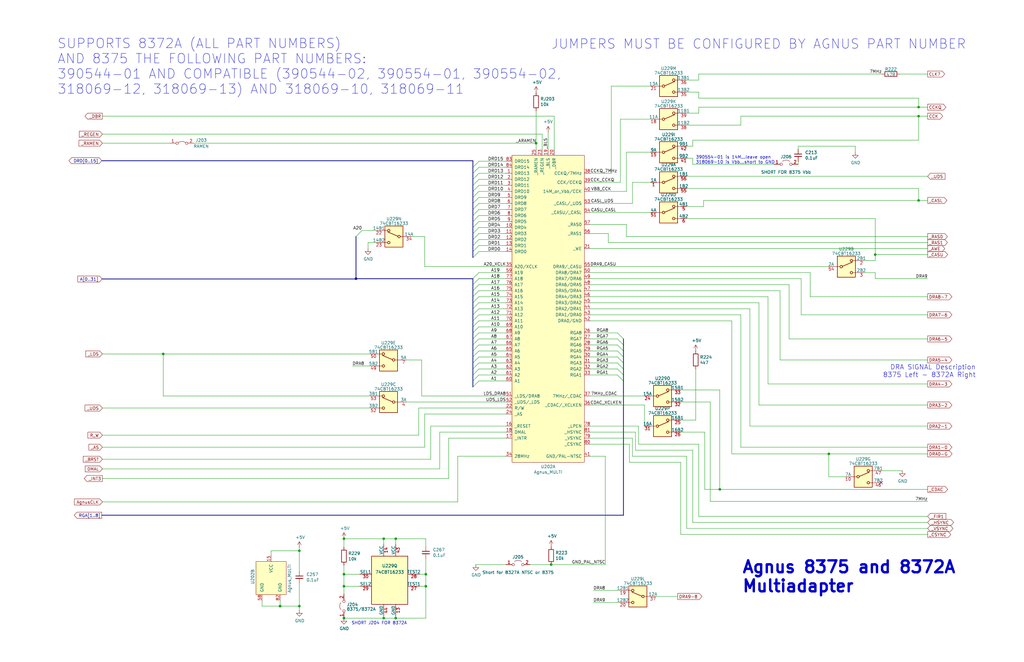
<source format=kicad_sch>
(kicad_sch (version 20231120) (generator "eeschema") (generator_version "8.0")
  (paper "B")
  (title_block (title "AMIGA PCI") (date "2024-07-17") (rev "4.0"))
  (junction (at 150.114 117.602))
  (junction (at 126.238 255.778))
  (junction (at 166.878 260.858))
  (junction (at 145.034 260.858))
  (junction (at 145.034 227.33))
  (junction (at 118.11 255.778))
  (junction (at 349.504 191.516))
  (junction (at 145.034 242.316))
  (junction (at 226.06 60.452))
  (junction (at 179.578 242.316))
  (junction (at 369.062 107.442))
  (junction (at 145.034 247.396))
  (junction (at 387.35 49.022))
  (junction (at 232.41 238.252))
  (junction (at 387.35 84.582))
  (junction (at 166.878 227.33))
  (junction (at 161.798 260.858))
  (junction (at 303.53 206.502))
  (junction (at 126.238 232.41))
  (junction (at 68.834 149.352))
  (junction (at 161.798 227.33))
  (junction (at 179.578 247.396))
  (junction (at 387.35 45.212))
  (no_connect (at 371.602 203.708))
  (bus_entry (at 201.93 85.852) (size -2.54 2.54))
  (bus_entry (at 201.93 68.072) (size -2.54 2.54))
  (bus_entry (at 260.35 145.542) (size 2.54 2.54))
  (bus_entry (at 201.93 78.232) (size -2.54 2.54))
  (bus_entry (at 201.93 127.762) (size -2.54 2.54))
  (bus_entry (at 201.93 155.702) (size -2.54 2.54))
  (bus_entry (at 201.93 122.682) (size -2.54 2.54))
  (bus_entry (at 260.35 150.622) (size 2.54 2.54))
  (bus_entry (at 260.35 140.462) (size 2.54 2.54))
  (bus_entry (at 260.35 143.002) (size 2.54 2.54))
  (bus_entry (at 201.93 117.602) (size -2.54 2.54))
  (bus_entry (at 260.35 155.702) (size 2.54 2.54))
  (bus_entry (at 260.35 158.242) (size 2.54 2.54))
  (bus_entry (at 201.93 132.842) (size -2.54 2.54))
  (bus_entry (at 201.93 160.782) (size -2.54 2.54))
  (bus_entry (at 201.93 120.142) (size -2.54 2.54))
  (bus_entry (at 201.93 158.242) (size -2.54 2.54))
  (bus_entry (at 201.93 137.922) (size -2.54 2.54))
  (bus_entry (at 201.93 148.082) (size -2.54 2.54))
  (bus_entry (at 201.93 106.172) (size -2.54 2.54))
  (bus_entry (at 201.93 101.092) (size -2.54 2.54))
  (bus_entry (at 201.93 70.612) (size -2.54 2.54))
  (bus_entry (at 201.93 75.692) (size -2.54 2.54))
  (bus_entry (at 201.93 96.012) (size -2.54 2.54))
  (bus_entry (at 201.93 130.302) (size -2.54 2.54))
  (bus_entry (at 201.93 115.062) (size -2.54 2.54))
  (bus_entry (at 201.93 103.632) (size -2.54 2.54))
  (bus_entry (at 201.93 150.622) (size -2.54 2.54))
  (bus_entry (at 201.93 73.152) (size -2.54 2.54))
  (bus_entry (at 201.93 140.462) (size -2.54 2.54))
  (bus_entry (at 201.93 80.772) (size -2.54 2.54))
  (bus_entry (at 260.35 153.162) (size 2.54 2.54))
  (bus_entry (at 260.35 148.082) (size 2.54 2.54))
  (bus_entry (at 201.93 98.552) (size -2.54 2.54))
  (bus_entry (at 152.654 97.282) (size -2.54 2.54))
  (bus_entry (at 201.93 145.542) (size -2.54 2.54))
  (bus_entry (at 201.93 83.312) (size -2.54 2.54))
  (bus_entry (at 201.93 90.932) (size -2.54 2.54))
  (bus_entry (at 201.93 143.002) (size -2.54 2.54))
  (bus_entry (at 201.93 153.162) (size -2.54 2.54))
  (bus_entry (at 201.93 125.222) (size -2.54 2.54))
  (bus_entry (at 201.93 135.382) (size -2.54 2.54))
  (bus_entry (at 201.93 88.392) (size -2.54 2.54))
  (bus_entry (at 201.93 93.472) (size -2.54 2.54))
  (wire (pts (xy 294.64 187.452) (xy 294.64 217.932)))
  (wire (pts (xy 179.07 188.722) (xy 43.18 188.722)))
  (wire (pts (xy 248.92 182.372) (xy 267.97 182.372)))
  (wire (pts (xy 179.578 247.396) (xy 179.578 242.316)))
  (wire (pts (xy 126.238 232.41) (xy 126.238 231.14)))
  (wire (pts (xy 177.8 151.892) (xy 171.45 151.892)))
  (bus (pts (xy 199.39 78.232) (xy 199.39 80.772)))
  (wire (pts (xy 248.92 125.222) (xy 323.85 125.222)))
  (wire (pts (xy 312.42 188.722) (xy 312.42 132.842)))
  (wire (pts (xy 271.78 170.942) (xy 248.92 170.942)))
  (bus (pts (xy 199.39 96.012) (xy 199.39 98.552)))
  (wire (pts (xy 213.36 135.382) (xy 201.93 135.382)))
  (wire (pts (xy 257.81 73.152) (xy 257.81 36.322)))
  (wire (pts (xy 248.92 94.742) (xy 264.16 94.742)))
  (wire (pts (xy 177.038 242.316) (xy 179.578 242.316)))
  (wire (pts (xy 248.92 85.852) (xy 266.7 85.852)))
  (wire (pts (xy 213.36 98.552) (xy 201.93 98.552)))
  (wire (pts (xy 213.36 167.132) (xy 177.8 167.132)))
  (wire (pts (xy 114.3 232.41) (xy 114.3 234.442)))
  (wire (pts (xy 126.238 246.126) (xy 126.238 255.778)))
  (wire (pts (xy 114.3 232.41) (xy 126.238 232.41)))
  (wire (pts (xy 248.92 132.842) (xy 312.42 132.842)))
  (wire (pts (xy 213.36 153.162) (xy 201.93 153.162)))
  (wire (pts (xy 213.36 120.142) (xy 201.93 120.142)))
  (wire (pts (xy 323.85 162.052) (xy 391.16 162.052)))
  (wire (pts (xy 296.672 87.122) (xy 296.672 84.582)))
  (wire (pts (xy 166.878 229.616) (xy 166.878 227.33)))
  (wire (pts (xy 387.35 79.502) (xy 387.35 84.582)))
  (wire (pts (xy 213.36 68.072) (xy 201.93 68.072)))
  (bus (pts (xy 199.39 85.852) (xy 199.39 88.392)))
  (wire (pts (xy 213.36 117.602) (xy 201.93 117.602)))
  (wire (pts (xy 248.92 80.772) (xy 264.16 80.772)))
  (bus (pts (xy 199.39 158.242) (xy 199.39 160.782)))
  (wire (pts (xy 213.36 96.012) (xy 201.93 96.012)))
  (wire (pts (xy 179.578 227.33) (xy 166.878 227.33)))
  (bus (pts (xy 262.89 217.424) (xy 42.926 217.424)))
  (wire (pts (xy 271.78 179.832) (xy 271.78 170.942)))
  (wire (pts (xy 391.16 125.222) (xy 341.63 125.222)))
  (wire (pts (xy 213.36 172.212) (xy 176.53 172.212)))
  (wire (pts (xy 320.04 170.942) (xy 320.04 127.762)))
  (bus (pts (xy 199.39 106.172) (xy 199.39 108.712)))
  (wire (pts (xy 213.36 115.062) (xy 201.93 115.062)))
  (wire (pts (xy 332.74 120.142) (xy 332.74 143.002)))
  (wire (pts (xy 299.466 211.582) (xy 391.16 211.582)))
  (wire (pts (xy 145.034 260.858) (xy 161.798 260.858)))
  (wire (pts (xy 336.55 68.072) (xy 336.55 69.342)))
  (wire (pts (xy 269.24 187.452) (xy 294.64 187.452)))
  (wire (pts (xy 179.07 112.522) (xy 213.36 112.522)))
  (wire (pts (xy 248.92 135.382) (xy 308.61 135.382)))
  (wire (pts (xy 266.7 76.962) (xy 274.32 76.962)))
  (wire (pts (xy 391.16 188.722) (xy 312.42 188.722)))
  (wire (pts (xy 360.68 64.262) (xy 360.68 61.722)))
  (wire (pts (xy 248.92 89.662) (xy 274.32 89.662)))
  (wire (pts (xy 391.16 151.892) (xy 328.93 151.892)))
  (wire (pts (xy 151.638 247.396) (xy 145.034 247.396)))
  (wire (pts (xy 292.1 61.722) (xy 292.1 59.182)))
  (wire (pts (xy 294.64 31.242) (xy 371.856 31.242)))
  (wire (pts (xy 292.1 59.182) (xy 387.35 59.182)))
  (wire (pts (xy 369.062 117.602) (xy 391.16 117.602)))
  (wire (pts (xy 293.37 155.702) (xy 293.37 177.292)))
  (wire (pts (xy 248.92 127.762) (xy 320.04 127.762)))
  (wire (pts (xy 294.64 38.862) (xy 294.64 41.402)))
  (wire (pts (xy 387.35 59.182) (xy 387.35 49.022)))
  (wire (pts (xy 371.602 198.628) (xy 380.492 198.628)))
  (wire (pts (xy 189.23 201.93) (xy 43.18 201.93)))
  (wire (pts (xy 213.36 182.372) (xy 185.42 182.372)))
  (wire (pts (xy 326.39 69.342) (xy 292.1 69.342)))
  (wire (pts (xy 176.53 172.212) (xy 176.53 183.642)))
  (wire (pts (xy 248.92 143.002) (xy 260.35 143.002)))
  (wire (pts (xy 387.35 45.212) (xy 391.16 45.212)))
  (wire (pts (xy 248.92 184.912) (xy 266.7 184.912)))
  (wire (pts (xy 181.61 193.802) (xy 43.18 193.802)))
  (wire (pts (xy 233.68 62.992) (xy 233.68 49.022)))
  (wire (pts (xy 161.798 227.33) (xy 145.034 227.33)))
  (wire (pts (xy 303.53 206.502) (xy 297.18 206.502)))
  (wire (pts (xy 213.36 93.472) (xy 201.93 93.472)))
  (wire (pts (xy 248.92 167.132) (xy 271.78 167.132)))
  (wire (pts (xy 294.64 47.752) (xy 294.64 45.212)))
  (bus (pts (xy 199.39 155.702) (xy 199.39 158.242)))
  (wire (pts (xy 255.27 238.252) (xy 232.41 238.252)))
  (wire (pts (xy 181.61 179.832) (xy 181.61 193.802)))
  (wire (pts (xy 110.49 255.778) (xy 110.49 253.492)))
  (wire (pts (xy 287.02 169.672) (xy 299.466 169.672)))
  (wire (pts (xy 266.7 184.912) (xy 266.7 192.532)))
  (wire (pts (xy 161.798 227.33) (xy 161.798 229.616)))
  (wire (pts (xy 213.36 184.912) (xy 189.23 184.912)))
  (wire (pts (xy 213.36 174.752) (xy 179.07 174.752)))
  (wire (pts (xy 248.92 179.832) (xy 269.24 179.832)))
  (wire (pts (xy 213.36 148.082) (xy 201.93 148.082)))
  (wire (pts (xy 213.36 192.532) (xy 193.04 192.532)))
  (wire (pts (xy 369.062 115.062) (xy 369.062 117.602)))
  (bus (pts (xy 262.89 155.702) (xy 262.89 158.242)))
  (wire (pts (xy 364.49 109.982) (xy 369.062 109.982)))
  (wire (pts (xy 179.07 174.752) (xy 179.07 188.722)))
  (wire (pts (xy 289.56 33.782) (xy 294.64 33.782)))
  (wire (pts (xy 145.034 227.33) (xy 145.034 230.886)))
  (bus (pts (xy 199.39 88.392) (xy 199.39 90.932)))
  (bus (pts (xy 150.114 117.729) (xy 150.114 117.602)))
  (wire (pts (xy 145.034 247.396) (xy 145.034 250.698)))
  (bus (pts (xy 199.39 101.092) (xy 199.39 103.632)))
  (wire (pts (xy 266.7 192.532) (xy 289.56 192.532)))
  (wire (pts (xy 248.92 76.962) (xy 261.62 76.962)))
  (wire (pts (xy 213.36 130.302) (xy 201.93 130.302)))
  (wire (pts (xy 173.736 99.822) (xy 179.07 99.822)))
  (wire (pts (xy 248.92 148.082) (xy 260.35 148.082)))
  (wire (pts (xy 213.36 125.222) (xy 201.93 125.222)))
  (wire (pts (xy 156.21 154.432) (xy 148.59 154.432)))
  (wire (pts (xy 296.672 84.582) (xy 387.35 84.582)))
  (bus (pts (xy 199.39 160.782) (xy 199.39 163.322)))
  (wire (pts (xy 213.36 179.832) (xy 181.61 179.832)))
  (wire (pts (xy 264.16 80.772) (xy 264.16 64.262)))
  (bus (pts (xy 199.39 117.602) (xy 150.114 117.602)))
  (wire (pts (xy 248.92 192.532) (xy 255.27 192.532)))
  (wire (pts (xy 126.238 255.778) (xy 126.238 257.556)))
  (wire (pts (xy 287.02 182.372) (xy 297.18 182.372)))
  (wire (pts (xy 228.6 62.992) (xy 228.6 56.642)))
  (wire (pts (xy 312.42 49.022) (xy 387.35 49.022)))
  (wire (pts (xy 294.64 33.782) (xy 294.64 31.242)))
  (bus (pts (xy 199.39 117.602) (xy 199.39 120.142)))
  (wire (pts (xy 336.55 61.722) (xy 360.68 61.722)))
  (wire (pts (xy 179.578 260.858) (xy 179.578 247.396)))
  (wire (pts (xy 266.7 85.852) (xy 266.7 76.962)))
  (wire (pts (xy 145.034 247.396) (xy 145.034 242.316)))
  (wire (pts (xy 166.878 260.858) (xy 161.798 260.858)))
  (wire (pts (xy 303.53 206.502) (xy 391.16 206.502)))
  (wire (pts (xy 213.36 238.252) (xy 200.66 238.252)))
  (wire (pts (xy 289.56 92.202) (xy 369.062 92.202)))
  (bus (pts (xy 262.89 158.242) (xy 262.89 160.782)))
  (wire (pts (xy 264.16 99.822) (xy 391.16 99.822)))
  (wire (pts (xy 328.93 151.892) (xy 328.93 122.682)))
  (wire (pts (xy 297.18 182.372) (xy 297.18 206.502)))
  (wire (pts (xy 118.11 255.778) (xy 118.11 253.492)))
  (wire (pts (xy 303.53 164.592) (xy 303.53 206.502)))
  (wire (pts (xy 276.606 251.714) (xy 285.75 251.714)))
  (bus (pts (xy 262.89 153.162) (xy 262.89 155.702)))
  (wire (pts (xy 166.878 260.858) (xy 179.578 260.858)))
  (wire (pts (xy 193.04 192.532) (xy 193.04 211.836)))
  (wire (pts (xy 289.56 192.532) (xy 289.56 223.012)))
  (wire (pts (xy 287.02 225.552) (xy 391.16 225.552)))
  (wire (pts (xy 43.18 56.642) (xy 228.6 56.642)))
  (wire (pts (xy 213.36 127.762) (xy 201.93 127.762)))
  (wire (pts (xy 349.504 201.168) (xy 349.504 191.516)))
  (wire (pts (xy 316.23 179.832) (xy 391.16 179.832)))
  (wire (pts (xy 213.36 169.672) (xy 171.45 169.672)))
  (wire (pts (xy 189.23 184.912) (xy 189.23 201.93)))
  (wire (pts (xy 349.504 191.516) (xy 391.16 191.516)))
  (wire (pts (xy 226.06 46.736) (xy 226.06 60.452)))
  (wire (pts (xy 256.54 102.362) (xy 256.54 98.552)))
  (wire (pts (xy 292.1 66.802) (xy 292.1 69.342)))
  (wire (pts (xy 356.362 201.168) (xy 349.504 201.168)))
  (wire (pts (xy 312.42 52.832) (xy 312.42 49.022)))
  (wire (pts (xy 248.92 122.682) (xy 328.93 122.682)))
  (bus (pts (xy 199.39 130.302) (xy 199.39 132.842)))
  (bus (pts (xy 199.39 140.462) (xy 199.39 143.002)))
  (wire (pts (xy 261.366 249.174) (xy 250.19 249.174)))
  (bus (pts (xy 199.39 120.142) (xy 199.39 122.682)))
  (wire (pts (xy 257.81 36.322) (xy 274.32 36.322)))
  (bus (pts (xy 262.89 150.622) (xy 262.89 153.162)))
  (wire (pts (xy 387.35 49.022) (xy 391.16 49.022)))
  (bus (pts (xy 199.39 153.162) (xy 199.39 155.702)))
  (wire (pts (xy 179.578 230.632) (xy 179.578 227.33)))
  (wire (pts (xy 264.16 94.742) (xy 264.16 99.822)))
  (bus (pts (xy 199.39 70.612) (xy 199.39 73.152)))
  (bus (pts (xy 199.39 135.382) (xy 199.39 137.922)))
  (wire (pts (xy 391.16 132.842) (xy 337.82 132.842)))
  (wire (pts (xy 177.8 167.132) (xy 177.8 151.892)))
  (wire (pts (xy 289.56 47.752) (xy 294.64 47.752)))
  (wire (pts (xy 213.36 122.682) (xy 201.93 122.682)))
  (wire (pts (xy 248.92 187.452) (xy 265.43 187.452)))
  (wire (pts (xy 179.07 99.822) (xy 179.07 112.522)))
  (wire (pts (xy 265.43 195.072) (xy 287.02 195.072)))
  (wire (pts (xy 248.92 104.902) (xy 391.16 104.902)))
  (wire (pts (xy 256.54 102.362) (xy 391.16 102.362)))
  (wire (pts (xy 265.43 187.452) (xy 265.43 195.072)))
  (wire (pts (xy 152.654 97.282) (xy 158.496 97.282)))
  (wire (pts (xy 289.56 87.122) (xy 296.672 87.122)))
  (bus (pts (xy 199.39 143.002) (xy 199.39 145.542)))
  (bus (pts (xy 199.39 80.772) (xy 199.39 83.312)))
  (wire (pts (xy 267.97 189.992) (xy 292.1 189.992)))
  (wire (pts (xy 264.16 64.262) (xy 274.32 64.262)))
  (wire (pts (xy 155.194 102.362) (xy 158.496 102.362)))
  (wire (pts (xy 287.02 177.292) (xy 293.37 177.292)))
  (wire (pts (xy 118.11 255.778) (xy 126.238 255.778)))
  (wire (pts (xy 179.578 242.316) (xy 179.578 235.712)))
  (wire (pts (xy 289.56 79.502) (xy 387.35 79.502)))
  (wire (pts (xy 289.56 52.832) (xy 312.42 52.832)))
  (bus (pts (xy 262.89 145.542) (xy 262.89 148.082)))
  (wire (pts (xy 233.68 49.022) (xy 43.18 49.022)))
  (wire (pts (xy 379.476 31.242) (xy 391.16 31.242)))
  (wire (pts (xy 341.63 125.222) (xy 341.63 115.062)))
  (wire (pts (xy 294.64 41.402) (xy 387.35 41.402)))
  (wire (pts (xy 299.466 169.672) (xy 299.466 211.582)))
  (bus (pts (xy 199.39 122.682) (xy 199.39 125.222)))
  (wire (pts (xy 308.61 191.516) (xy 349.504 191.516)))
  (wire (pts (xy 110.49 255.778) (xy 118.11 255.778)))
  (wire (pts (xy 213.36 75.692) (xy 201.93 75.692)))
  (bus (pts (xy 199.39 67.818) (xy 199.39 70.612)))
  (bus (pts (xy 199.39 127.762) (xy 199.39 130.302)))
  (wire (pts (xy 213.36 103.632) (xy 201.93 103.632)))
  (wire (pts (xy 71.628 60.452) (xy 43.18 60.452)))
  (wire (pts (xy 294.64 45.212) (xy 387.35 45.212)))
  (wire (pts (xy 161.798 260.858) (xy 161.798 260.096)))
  (wire (pts (xy 289.56 223.012) (xy 391.16 223.012)))
  (wire (pts (xy 289.56 38.862) (xy 294.64 38.862)))
  (wire (pts (xy 369.062 92.202) (xy 369.062 107.442)))
  (wire (pts (xy 337.82 132.842) (xy 337.82 117.602)))
  (wire (pts (xy 213.36 137.922) (xy 201.93 137.922)))
  (wire (pts (xy 213.36 88.392) (xy 201.93 88.392)))
  (bus (pts (xy 43.053 117.729) (xy 150.114 117.729)))
  (bus (pts (xy 199.39 90.932) (xy 199.39 93.472)))
  (wire (pts (xy 248.92 112.522) (xy 349.25 112.522)))
  (wire (pts (xy 213.36 73.152) (xy 201.93 73.152)))
  (wire (pts (xy 248.92 150.622) (xy 260.35 150.622)))
  (wire (pts (xy 248.92 120.142) (xy 332.74 120.142)))
  (wire (pts (xy 336.55 61.722) (xy 336.55 62.992)))
  (wire (pts (xy 68.834 149.352) (xy 156.21 149.352)))
  (wire (pts (xy 213.36 158.242) (xy 201.93 158.242)))
  (wire (pts (xy 248.92 115.062) (xy 341.63 115.062)))
  (wire (pts (xy 387.35 41.402) (xy 387.35 45.212)))
  (wire (pts (xy 369.062 109.982) (xy 369.062 107.442)))
  (wire (pts (xy 68.834 167.132) (xy 156.21 167.132)))
  (wire (pts (xy 213.36 143.002) (xy 201.93 143.002)))
  (wire (pts (xy 231.14 62.992) (xy 231.14 55.88)))
  (wire (pts (xy 166.878 260.096) (xy 166.878 260.858)))
  (wire (pts (xy 145.034 238.506) (xy 145.034 242.316)))
  (wire (pts (xy 213.36 80.772) (xy 201.93 80.772)))
  (wire (pts (xy 369.062 107.442) (xy 391.16 107.442)))
  (wire (pts (xy 292.1 220.472) (xy 391.16 220.472)))
  (bus (pts (xy 199.39 103.632) (xy 199.39 106.172)))
  (wire (pts (xy 269.24 179.832) (xy 269.24 187.452)))
  (wire (pts (xy 213.36 90.932) (xy 201.93 90.932)))
  (wire (pts (xy 68.834 149.352) (xy 68.834 167.132)))
  (wire (pts (xy 248.92 140.462) (xy 260.35 140.462)))
  (bus (pts (xy 199.39 132.842) (xy 199.39 135.382)))
  (wire (pts (xy 364.49 115.062) (xy 369.062 115.062)))
  (bus (pts (xy 199.39 125.222) (xy 199.39 127.762)))
  (wire (pts (xy 294.64 217.932) (xy 391.16 217.932)))
  (bus (pts (xy 199.39 137.922) (xy 199.39 140.462)))
  (wire (pts (xy 248.92 153.162) (xy 260.35 153.162)))
  (wire (pts (xy 213.36 155.702) (xy 201.93 155.702)))
  (bus (pts (xy 199.39 150.622) (xy 199.39 153.162)))
  (wire (pts (xy 213.36 160.782) (xy 201.93 160.782)))
  (wire (pts (xy 213.36 83.312) (xy 201.93 83.312)))
  (wire (pts (xy 248.92 130.302) (xy 316.23 130.302)))
  (wire (pts (xy 213.36 78.232) (xy 201.93 78.232)))
  (wire (pts (xy 287.02 164.592) (xy 303.53 164.592)))
  (bus (pts (xy 199.39 145.542) (xy 199.39 148.082)))
  (wire (pts (xy 248.92 145.542) (xy 260.35 145.542)))
  (wire (pts (xy 176.53 183.642) (xy 43.18 183.642)))
  (wire (pts (xy 213.36 85.852) (xy 201.93 85.852)))
  (wire (pts (xy 267.97 182.372) (xy 267.97 189.992)))
  (wire (pts (xy 256.54 98.552) (xy 248.92 98.552)))
  (bus (pts (xy 262.89 160.782) (xy 262.89 217.424)))
  (wire (pts (xy 308.61 191.516) (xy 308.61 135.382)))
  (wire (pts (xy 261.366 254.254) (xy 250.19 254.254)))
  (wire (pts (xy 232.41 238.252) (xy 223.52 238.252)))
  (bus (pts (xy 199.39 73.152) (xy 199.39 75.692)))
  (wire (pts (xy 155.194 102.362) (xy 155.194 104.902)))
  (wire (pts (xy 126.238 232.41) (xy 126.238 241.046)))
  (bus (pts (xy 199.39 148.082) (xy 199.39 150.622)))
  (wire (pts (xy 213.36 145.542) (xy 201.93 145.542)))
  (wire (pts (xy 213.36 150.622) (xy 201.93 150.622)))
  (wire (pts (xy 213.36 132.842) (xy 201.93 132.842)))
  (bus (pts (xy 150.114 99.822) (xy 150.114 117.602)))
  (wire (pts (xy 43.18 149.352) (xy 68.834 149.352)))
  (wire (pts (xy 289.56 61.722) (xy 292.1 61.722)))
  (bus (pts (xy 262.89 148.082) (xy 262.89 150.622)))
  (wire (pts (xy 323.85 162.052) (xy 323.85 125.222)))
  (wire (pts (xy 316.23 130.302) (xy 316.23 179.832)))
  (bus (pts (xy 199.39 98.552) (xy 199.39 101.092)))
  (wire (pts (xy 332.74 143.002) (xy 391.16 143.002)))
  (wire (pts (xy 289.56 74.422) (xy 391.16 74.422)))
  (wire (pts (xy 387.35 84.582) (xy 391.16 84.582)))
  (wire (pts (xy 177.038 247.396) (xy 179.578 247.396)))
  (wire (pts (xy 391.16 170.942) (xy 320.04 170.942)))
  (wire (pts (xy 185.42 197.866) (xy 43.18 197.866)))
  (wire (pts (xy 261.62 50.292) (xy 274.32 50.292)))
  (wire (pts (xy 213.36 106.172) (xy 201.93 106.172)))
  (wire (pts (xy 248.92 73.152) (xy 257.81 73.152)))
  (wire (pts (xy 248.92 158.242) (xy 260.35 158.242)))
  (wire (pts (xy 255.27 192.532) (xy 255.27 238.252)))
  (wire (pts (xy 43.18 172.212) (xy 156.21 172.212)))
  (wire (pts (xy 213.36 140.462) (xy 201.93 140.462)))
  (bus (pts (xy 42.926 67.818) (xy 199.39 67.818)))
  (wire (pts (xy 261.62 76.962) (xy 261.62 50.292)))
  (wire (pts (xy 248.92 155.702) (xy 260.35 155.702)))
  (wire (pts (xy 226.06 60.452) (xy 81.788 60.452)))
  (wire (pts (xy 213.36 70.612) (xy 201.93 70.612)))
  (wire (pts (xy 226.06 62.992) (xy 226.06 60.452)))
  (wire (pts (xy 145.034 242.316) (xy 151.638 242.316)))
  (wire (pts (xy 292.1 189.992) (xy 292.1 220.472)))
  (bus (pts (xy 262.89 143.002) (xy 262.89 145.542)))
  (wire (pts (xy 213.36 101.092) (xy 201.93 101.092)))
  (wire (pts (xy 166.878 227.33) (xy 161.798 227.33)))
  (wire (pts (xy 287.02 195.072) (xy 287.02 225.552)))
  (bus (pts (xy 199.39 93.472) (xy 199.39 96.012)))
  (wire (pts (xy 289.56 66.802) (xy 292.1 66.802)))
  (bus (pts (xy 199.39 75.692) (xy 199.39 78.232)))
  (wire (pts (xy 185.42 182.372) (xy 185.42 197.866)))
  (wire (pts (xy 43.18 211.836) (xy 193.04 211.836)))
  (wire (pts (xy 248.92 117.602) (xy 337.82 117.602)))
  (bus (pts (xy 199.39 83.312) (xy 199.39 85.852)))
  (text "SHORT J204 FOR 8372A" (at 148.209 263.779 0) (effects (font (size 1.27 1.27)) (justify left bottom)))
  (text "DRA SIGNAL Description\n8375 Left - 8372A Right" (at 411.48 159.512 0) (effects (font (size 2.0066 2.0066)) (justify right bottom)))
  (text "Agnus 8375 and 8372A\nMultiadapter" (at 312.674 250.444 0) (effects (font (size 5.0038 5.0038) (thickness 1.0008) (bold yes)) (justify left bottom)))
  (text "JUMPERS MUST BE CONFIGURED BY AGNUS PART NUMBER" (at 232.41 21.082 0) (effects (font (size 3.9878 3.9878)) (justify left bottom)))
  (text "SUPPORTS 8372A (ALL PART NUMBERS)\nAND 8375 THE FOLLOWING PART NUMBERS:\n390544-01 AND COMPATIBLE (390544-02, 390554-01, 390554-02, \n318069-12, 318069-13) AND 318069-10, 318069-11" (at 24.13 40.132 0) (effects (font (size 3.9878 3.9878)) (justify left bottom)))
  (text "390554-01 is 14M...leave open\n318069-10 is Vbb...short to GND" (at 293.37 69.342 0) (effects (font (size 1.2954 1.2954)) (justify left bottom)))
  (label "RGA7" (at 251.46 143.002 0) (effects (font (size 1.2954 1.2954))))
  (label "CCK_CCKQ" (at 248.92 76.962 0))
  (label "A16" (at 207.01 122.682 0) (effects (font (size 1.2954 1.2954))))
  (label "DRA8" (at 250.19 249.174 0))
  (label "7MHz" (at 391.16 211.582 180))
  (label "A19" (at 207.01 115.062 0) (effects (font (size 1.2954 1.2954))))
  (label "DRA8" (at 148.59 154.432 0))
  (label "DRA9" (at 250.19 254.254 0))
  (label "A17" (at 207.01 120.142 0) (effects (font (size 1.2954 1.2954))))
  (label "DRA9_CASU" (at 248.92 112.522 0))
  (label "A1" (at 207.01 160.782 0) (effects (font (size 1.2954 1.2954))))
  (label "A9" (at 207.01 140.462 0) (effects (font (size 1.2954 1.2954))))
  (label "A20_XCLK" (at 213.36 112.522 180))
  (label "A12" (at 207.01 132.842 0) (effects (font (size 1.2954 1.2954))))
  (label "CDAC_XCLKEN" (at 248.92 170.942 0))
  (label "DRD9" (at 205.74 83.312 0) (effects (font (size 1.2954 1.2954))))
  (label "A8" (at 207.01 143.002 0) (effects (font (size 1.2954 1.2954))))
  (label "A5" (at 207.01 150.622 0) (effects (font (size 1.2954 1.2954))))
  (label "LDS_DRA8" (at 213.36 167.132 180))
  (label "DRD10" (at 205.74 80.772 0) (effects (font (size 1.2954 1.2954))))
  (label "DRD15" (at 205.74 68.072 0) (effects (font (size 1.2954 1.2954))))
  (label "RGA2" (at 251.46 155.702 0) (effects (font (size 1.2954 1.2954))))
  (label "DRD13" (at 205.74 73.152 0) (effects (font (size 1.2954 1.2954))))
  (label "A13" (at 207.01 130.302 0) (effects (font (size 1.2954 1.2954))))
  (label "_BLS" (at 231.14 62.865 90))
  (label "DRD3" (at 205.74 98.552 0) (effects (font (size 1.2954 1.2954))))
  (label "A2" (at 207.01 158.242 0) (effects (font (size 1.2954 1.2954))))
  (label "RGA1" (at 251.46 158.242 0) (effects (font (size 1.2954 1.2954))))
  (label "DRA9" (at 391.16 117.602 180))
  (label "CCKQ_7MHz" (at 248.92 73.152 0))
  (label "CASU_CASL" (at 249.174 89.662 0))
  (label "7MHz" (at 371.856 31.242 180))
  (label "DRD1" (at 205.74 103.632 0) (effects (font (size 1.2954 1.2954))))
  (label "VBB_CCK" (at 249.174 80.772 0))
  (label "DRD6" (at 205.74 90.932 0) (effects (font (size 1.2954 1.2954))))
  (label "DRD14" (at 205.74 70.612 0) (effects (font (size 1.2954 1.2954))))
  (label "A6" (at 207.01 148.082 0) (effects (font (size 1.2954 1.2954))))
  (label "RGA6" (at 251.46 145.542 0) (effects (font (size 1.2954 1.2954))))
  (label "DRD11" (at 205.74 78.232 0) (effects (font (size 1.2954 1.2954))))
  (label "DRD2" (at 205.74 101.092 0) (effects (font (size 1.2954 1.2954))))
  (label "A7" (at 207.01 145.542 0) (effects (font (size 1.2954 1.2954))))
  (label "DRD4" (at 205.74 96.012 0) (effects (font (size 1.2954 1.2954))))
  (label "A4" (at 207.01 153.162 0) (effects (font (size 1.2954 1.2954))))
  (label "A20" (at 152.654 97.282 180) (effects (font (size 1.2954 1.2954))))
  (label "A15" (at 207.01 125.222 0) (effects (font (size 1.2954 1.2954))))
  (label "A10" (at 207.01 137.922 0) (effects (font (size 1.2954 1.2954))))
  (label "RGA8" (at 251.46 140.462 0) (effects (font (size 1.2954 1.2954))))
  (label "RGA4" (at 251.46 150.622 0) (effects (font (size 1.2954 1.2954))))
  (label "A18" (at 207.01 117.602 0) (effects (font (size 1.2954 1.2954))))
  (label "DRD12" (at 205.74 75.692 0) (effects (font (size 1.2954 1.2954))))
  (label "RGA3" (at 251.46 153.162 0) (effects (font (size 1.2954 1.2954))))
  (label "_ARAMEN" (at 226.06 60.452 180))
  (label "A3" (at 207.01 155.702 0) (effects (font (size 1.2954 1.2954))))
  (label "UDS_LDS" (at 213.36 169.672 180))
  (label "DRD7" (at 205.74 88.392 0) (effects (font (size 1.2954 1.2954))))
  (label "CASL_UDS" (at 249.174 85.852 0))
  (label "A14" (at 207.01 127.762 0) (effects (font (size 1.2954 1.2954))))
  (label "GND_PAL_NTSC" (at 255.27 238.252 180))
  (label "7MHz_CDAC" (at 249.174 167.132 0))
  (label "DRD5" (at 205.74 93.472 0) (effects (font (size 1.2954 1.2954))))
  (label "RGA5" (at 251.46 148.082 0) (effects (font (size 1.2954 1.2954))))
  (label "DRD0" (at 205.74 106.172 0) (effects (font (size 1.2954 1.2954))))
  (label "A11" (at 207.01 135.382 0) (effects (font (size 1.2954 1.2954))))
  (label "DRD8" (at 205.74 85.852 0) (effects (font (size 1.2954 1.2954))))
  (global_label "RGA[1..8]" (shape output) (at 42.926 217.424 180) (effects (font (size 1.2954 1.2954))) (property "Intersheetrefs" "${INTERSHEET_REFS}" (at 30.8331 217.424 0) (effects (justify right))))
  (global_label "DRA9-8" (shape output) (at 285.75 251.714 0) (effects (font (size 1.2954 1.2954))) (property "Intersheetrefs" "${INTERSHEET_REFS}" (at 296.4857 251.714 0) (effects (justify left))))
  (global_label "_VSYNC" (shape bidirectional) (at 391.16 223.012 0) (effects (font (size 1.2954 1.2954))) (property "Intersheetrefs" "${INTERSHEET_REFS}" (at 402.3507 223.012 0) (effects (justify left))))
  (global_label "DRD[0..15]" (shape bidirectional) (at 42.926 67.818 180) (property "Intersheetrefs" "${INTERSHEET_REFS}" (at 28.5674 67.818 0) (effects (justify right))))
  (global_label "_LDS" (shape input) (at 43.18 149.352 180) (effects (font (size 1.2954 1.2954))) (property "Intersheetrefs" "${INTERSHEET_REFS}" (at 35.6518 149.352 0) (effects (justify right))))
  (global_label "DRA0-G" (shape output) (at 391.16 191.516 0) (effects (font (size 1.2954 1.2954))) (property "Intersheetrefs" "${INTERSHEET_REFS}" (at 401.9574 191.516 0) (effects (justify left))))
  (global_label "A[0..31]" (shape input) (at 43.053 117.729 180) (effects (font (size 1.2954 1.2954))) (property "Intersheetrefs" "${INTERSHEET_REFS}" (at 32.3172 117.729 0) (effects (justify right))))
  (global_label "_UDS" (shape input) (at 43.18 172.212 180) (effects (font (size 1.2954 1.2954))) (property "Intersheetrefs" "${INTERSHEET_REFS}" (at 35.3434 172.212 0) (effects (justify right))))
  (global_label "_CSYNC" (shape output) (at 391.16 225.552 0) (effects (font (size 1.2954 1.2954))) (property "Intersheetrefs" "${INTERSHEET_REFS}" (at 401.4023 225.552 0) (effects (justify left))))
  (global_label "_UDS" (shape input) (at 391.16 74.422 0) (effects (font (size 1.2954 1.2954))) (property "Intersheetrefs" "${INTERSHEET_REFS}" (at 398.9966 74.422 0) (effects (justify left))))
  (global_label "DMAL" (shape input) (at 43.18 197.866 180) (property "Intersheetrefs" "${INTERSHEET_REFS}" (at 35.4361 197.866 0) (effects (justify right))))
  (global_label "_CDAC" (shape output) (at 391.16 206.502 0) (effects (font (size 1.2954 1.2954))) (property "Intersheetrefs" "${INTERSHEET_REFS}" (at 400.1069 206.502 0) (effects (justify left))))
  (global_label "DRA1-0" (shape output) (at 391.16 188.722 0) (effects (font (size 1.2954 1.2954))) (property "Intersheetrefs" "${INTERSHEET_REFS}" (at 401.8957 188.722 0) (effects (justify left))))
  (global_label "_FIR1" (shape input) (at 391.16 217.932 0) (effects (font (size 1.2954 1.2954))) (property "Intersheetrefs" "${INTERSHEET_REFS}" (at 399.4477 217.932 0) (effects (justify left))))
  (global_label "CCK" (shape output) (at 391.16 49.022 0) (effects (font (size 1.2954 1.2954))) (property "Intersheetrefs" "${INTERSHEET_REFS}" (at 398.0096 49.022 0) (effects (justify left))))
  (global_label "CCKQ" (shape output) (at 391.16 45.212 0) (effects (font (size 1.2954 1.2954))) (property "Intersheetrefs" "${INTERSHEET_REFS}" (at 399.3667 45.212 0) (effects (justify left))))
  (global_label "_RAS1" (shape output) (at 391.16 102.362 0) (effects (font (size 1.2954 1.2954))) (property "Intersheetrefs" "${INTERSHEET_REFS}" (at 399.9835 102.362 0) (effects (justify left))))
  (global_label "R_W" (shape input) (at 43.18 183.642 180) (property "Intersheetrefs" "${INTERSHEET_REFS}" (at 36.5058 183.642 0) (effects (justify right))))
  (global_label "_CASU" (shape output) (at 391.16 107.442 0) (effects (font (size 1.2954 1.2954))) (property "Intersheetrefs" "${INTERSHEET_REFS}" (at 400.1069 107.442 0) (effects (justify left))))
  (global_label "DRA3-2" (shape output) (at 391.16 170.942 0) (effects (font (size 1.2954 1.2954))) (property "Intersheetrefs" "${INTERSHEET_REFS}" (at 401.8957 170.942 0) (effects (justify left))))
  (global_label "_RAS0" (shape output) (at 391.16 99.822 0) (effects (font (size 1.2954 1.2954))) (property "Intersheetrefs" "${INTERSHEET_REFS}" (at 399.9835 99.822 0) (effects (justify left))))
  (global_label "_CASL" (shape output) (at 391.16 84.582 0) (effects (font (size 1.2954 1.2954))) (property "Intersheetrefs" "${INTERSHEET_REFS}" (at 399.7985 84.582 0) (effects (justify left))))
  (global_label "DRA4-3" (shape output) (at 391.16 162.052 0) (effects (font (size 1.2954 1.2954))) (property "Intersheetrefs" "${INTERSHEET_REFS}" (at 401.8957 162.052 0) (effects (justify left))))
  (global_label "_BRST" (shape input) (at 43.18 193.802 180) (property "Intersheetrefs" "${INTERSHEET_REFS}" (at 34.5101 193.802 0) (effects (justify right))))
  (global_label "_AWE" (shape output) (at 391.16 104.902 0) (effects (font (size 1.2954 1.2954))) (property "Intersheetrefs" "${INTERSHEET_REFS}" (at 398.8732 104.902 0) (effects (justify left))))
  (global_label "_RAMEN" (shape input) (at 43.18 60.452 180) (effects (font (size 1.2954 1.2954))) (property "Intersheetrefs" "${INTERSHEET_REFS}" (at 32.8143 60.452 0) (effects (justify right))))
  (global_label "DRA2-1" (shape output) (at 391.16 179.832 0) (effects (font (size 1.2954 1.2954))) (property "Intersheetrefs" "${INTERSHEET_REFS}" (at 401.8957 179.832 0) (effects (justify left))))
  (global_label "_HSYNC" (shape bidirectional) (at 391.16 220.472 0) (effects (font (size 1.2954 1.2954))) (property "Intersheetrefs" "${INTERSHEET_REFS}" (at 402.5975 220.472 0) (effects (justify left))))
  (global_label "DRA8-7" (shape output) (at 391.16 125.222 0) (effects (font (size 1.2954 1.2954))) (property "Intersheetrefs" "${INTERSHEET_REFS}" (at 401.8957 125.222 0) (effects (justify left))))
  (global_label "CLK7" (shape output) (at 391.16 31.242 0) (property "Intersheetrefs" "${INTERSHEET_REFS}" (at 398.9228 31.242 0) (effects (justify left))))
  (global_label "DRA6-5" (shape output) (at 391.16 143.002 0) (effects (font (size 1.2954 1.2954))) (property "Intersheetrefs" "${INTERSHEET_REFS}" (at 401.8957 143.002 0) (effects (justify left))))
  (global_label "DRA5-4" (shape output) (at 391.16 151.892 0) (effects (font (size 1.2954 1.2954))) (property "Intersheetrefs" "${INTERSHEET_REFS}" (at 401.8957 151.892 0) (effects (justify left))))
  (global_label "_INT3" (shape output) (at 43.18 201.93 180) (effects (font (size 1.2954 1.2954))) (property "Intersheetrefs" "${INTERSHEET_REFS}" (at 35.0349 201.93 0) (effects (justify right))))
  (global_label "_DBR" (shape output) (at 43.18 49.022 180) (effects (font (size 1.2954 1.2954))) (property "Intersheetrefs" "${INTERSHEET_REFS}" (at 35.3434 49.022 0) (effects (justify right))))
  (global_label "_AS" (shape input) (at 43.18 188.722 180) (property "Intersheetrefs" "${INTERSHEET_REFS}" (at 37.0085 188.722 0) (effects (justify right))))
  (global_label "DRA7-6" (shape output) (at 391.16 132.842 0) (effects (font (size 1.2954 1.2954))) (property "Intersheetrefs" "${INTERSHEET_REFS}" (at 401.8957 132.842 0) (effects (justify left))))
  (global_label "AgnusCLK" (shape input) (at 43.18 211.836 180) (effects (font (size 1.2954 1.2954))) (property "Intersheetrefs" "${INTERSHEET_REFS}" (at 30.8211 211.836 0) (effects (justify right))))
  (global_label "_REGEN" (shape input) (at 43.18 56.642 180) (effects (font (size 1.2954 1.2954))) (property "Intersheetrefs" "${INTERSHEET_REFS}" (at 32.9377 56.642 0) (effects (justify right))))
  (symbol (lib_id "Device:R") (at 375.666 31.242 270) (unit 1)
    (property "Reference" "R222" (at 375.666 29.21 90))
    (property "Value" "47R" (at 375.666 31.496 90))
    (property "Footprint" "Resistor_SMD:R_0603_1608Metric" (effects (hide yes)))
    (instances (project "AmigaPCI Mainboard" (path "" (reference "R222") (unit 1))) (project "2000ATX" (path "" (reference "RN907A1") (unit 1))))
  )
  (symbol (lib_id "AmigaPCI-Symbols:74CBT16233") (at 166.116 99.822 0) (mirror y) (unit 14)
    (property "Reference" "U229" (at 166.116 92.3671 0))
    (property "Value" "74CBT16233" (at 166.116 94.2881 0))
    (property "Footprint" "Package_SO:SSOP-56_7.5x18.5mm_P0.635mm" (effects (hide yes)))
    (property "Datasheet" "https://www.ti.com/lit/ds/symlink/sn74cbt16233.pdf?HQS=dis-dk-null-digikeymode-dsf-pf-null-wwe&ts=1686702107606&ref_url=https%253A%252F%252Fwww.ti.com%252Fgeneral%252Fdocs%252Fsuppproductinfo.tsp%253FdistId%253D10%2526gotoUrl%253Dhttps%253A%252F%252Fwww.ti.com%252Flit%252Fgpn%252Fsn74cbt16233" (effects (hide yes)))
    (property "Part Number" "SN74CBT16233DL" (effects (hide yes)))
  )
  (symbol (lib_id "AmigaPCI-Symbols:74CBT16233") (at 281.94 50.292 0) (unit 11)
    (property "Reference" "U229" (at 281.94 42.8371 0))
    (property "Value" "74CBT16233" (at 281.94 44.7581 0))
    (property "Footprint" "Package_SO:SSOP-56_7.5x18.5mm_P0.635mm" (effects (hide yes)))
    (property "Datasheet" "https://www.ti.com/lit/ds/symlink/sn74cbt16233.pdf?HQS=dis-dk-null-digikeymode-dsf-pf-null-wwe&ts=1686702107606&ref_url=https%253A%252F%252Fwww.ti.com%252Fgeneral%252Fdocs%252Fsuppproductinfo.tsp%253FdistId%253D10%2526gotoUrl%253Dhttps%253A%252F%252Fwww.ti.com%252Flit%252Fgpn%252Fsn74cbt16233" (effects (hide yes)))
    (property "Part Number" "SN74CBT16233DL" (effects (hide yes)))
  )
  (symbol (lib_id "power:+5V") (at 293.37 148.082 0) (unit 1)
    (property "Reference" "#PWR016" (effects (hide yes)))
    (property "Value" "+5V" (at 293.751 143.6878 0))
    (instances (project "AmigaPCI Mainboard" (path "" (reference "#PWR016") (unit 1))) (project "2000ATX" (path "" (reference "#PWR0392") (unit 1))))
  )
  (symbol (lib_id "power:+5V") (at 126.238 231.14 0) (unit 1)
    (property "Reference" "#PWR012" (effects (hide yes)))
    (property "Value" "+5V" (at 126.619 226.7458 0))
    (instances (project "AmigaPCI Mainboard" (path "" (reference "#PWR012") (unit 1))) (project "2000ATX" (path "" (reference "#PWR0377") (unit 1))))
  )
  (symbol (lib_id "AmigaPCI-Symbols:Agnus Multiadapter") (at 114.3 243.332 0) (unit 2)
    (property "Reference" "U202" (at 106.553 246.634 90) (effects (justify left)))
    (property "Value" "Agnus_MULTI" (at 122.047 250.19 90) (effects (justify left)))
    (property "Footprint" "Package_LCC:PLCC-84_SMD-Socket" (effects (hide yes)))
    (instances (project "AmigaPCI Mainboard" (path "" (reference "U202") (unit 2))) (project "2000ATX" (path "" (reference "U101") (unit 2)) (path "" (reference "U101") (unit 2))))
  )
  (symbol (lib_id "AmigaPCI-Symbols:74CBT16233") (at 279.4 167.132 0) (unit 15)
    (property "Reference" "U229" (at 279.4 159.6771 0))
    (property "Value" "74CBT16233" (at 279.4 161.5981 0))
    (property "Footprint" "Package_SO:SSOP-56_7.5x18.5mm_P0.635mm" (effects (hide yes)))
    (property "Datasheet" "https://www.ti.com/lit/ds/symlink/sn74cbt16233.pdf?HQS=dis-dk-null-digikeymode-dsf-pf-null-wwe&ts=1686702107606&ref_url=https%253A%252F%252Fwww.ti.com%252Fgeneral%252Fdocs%252Fsuppproductinfo.tsp%253FdistId%253D10%2526gotoUrl%253Dhttps%253A%252F%252Fwww.ti.com%252Flit%252Fgpn%252Fsn74cbt16233" (effects (hide yes)))
    (property "Part Number" "SN74CBT16233DL" (effects (hide yes)))
  )
  (symbol (lib_id "Device:R") (at 226.06 42.926 0) (unit 1)
    (property "Reference" "RJ203" (at 227.838 41.7576 0) (effects (justify left)))
    (property "Value" "10k" (at 227.838 44.069 0) (effects (justify left)))
    (property "Footprint" "Resistor_SMD:R_0603_1608Metric" (effects (hide yes)))
  )
  (symbol (lib_id "AmigaPCI-Symbols:74CBT16233") (at 281.94 89.662 0) (unit 4)
    (property "Reference" "U229" (at 281.94 82.2071 0))
    (property "Value" "74CBT16233" (at 281.94 84.1281 0))
    (property "Footprint" "Package_SO:SSOP-56_7.5x18.5mm_P0.635mm" (effects (hide yes)))
    (property "Datasheet" "https://www.ti.com/lit/ds/symlink/sn74cbt16233.pdf?HQS=dis-dk-null-digikeymode-dsf-pf-null-wwe&ts=1686702107606&ref_url=https%253A%252F%252Fwww.ti.com%252Fgeneral%252Fdocs%252Fsuppproductinfo.tsp%253FdistId%253D10%2526gotoUrl%253Dhttps%253A%252F%252Fwww.ti.com%252Flit%252Fgpn%252Fsn74cbt16233" (effects (hide yes)))
    (property "Part Number" "SN74CBT16233DL" (effects (hide yes)))
  )
  (symbol (lib_id "Device:R") (at 293.37 151.892 0) (unit 1)
    (property "Reference" "R224" (at 295.148 150.7236 0) (effects (justify left)))
    (property "Value" "4k7" (at 295.148 153.035 0) (effects (justify left)))
    (property "Footprint" "Resistor_SMD:R_0603_1608Metric" (effects (hide yes)))
    (instances (project "AmigaPCI Mainboard" (path "" (reference "R224") (unit 1))) (project "2000ATX" (path "" (reference "R109") (unit 1))))
  )
  (symbol (lib_id "AmigaPCI-Symbols:74CBT16233") (at 163.83 169.672 0) (mirror y) (unit 3)
    (property "Reference" "U229" (at 163.83 162.2171 0))
    (property "Value" "74CBT16233" (at 163.83 164.1381 0))
    (property "Footprint" "Package_SO:SSOP-56_7.5x18.5mm_P0.635mm" (effects (hide yes)))
    (property "Datasheet" "https://www.ti.com/lit/ds/symlink/sn74cbt16233.pdf?HQS=dis-dk-null-digikeymode-dsf-pf-null-wwe&ts=1686702107606&ref_url=https%253A%252F%252Fwww.ti.com%252Fgeneral%252Fdocs%252Fsuppproductinfo.tsp%253FdistId%253D10%2526gotoUrl%253Dhttps%253A%252F%252Fwww.ti.com%252Flit%252Fgpn%252Fsn74cbt16233" (effects (hide yes)))
    (property "Part Number" "SN74CBT16233DL" (effects (hide yes)))
  )
  (symbol (lib_id "Jumper:Jumper_2_Bridged") (at 76.708 60.452 0) (unit 1)
    (property "Reference" "J203" (at 84.836 59.182 0))
    (property "Value" "RAMEN" (at 84.836 61.722 0))
    (property "Footprint" "Connector_PinHeader_2.54mm:PinHeader_1x02_P2.54mm_Vertical" (effects (hide yes)))
  )
  (symbol (lib_id "Jumper:Jumper_2_Open") (at 331.47 69.342 0) (unit 1)
    (property "Reference" "J206" (at 331.47 66.167 0))
    (property "Value" "SHORT FOR 8375 Vbb" (at 331.47 72.644 0))
    (property "Footprint" "Connector_PinHeader_2.54mm:PinHeader_1x02_P2.54mm_Vertical" (effects (hide yes)))
  )
  (symbol (lib_id "power:GND") (at 360.68 64.262 0) (unit 1)
    (property "Reference" "#PWR017" (effects (hide yes)))
    (property "Value" "GND" (at 360.807 68.6562 0))
    (instances (project "AmigaPCI Mainboard" (path "" (reference "#PWR017") (unit 1))) (project "2000ATX" (path "" (reference "#PWR0358") (unit 1))))
  )
  (symbol (lib_id "Jumper:Jumper_2_Open") (at 145.034 255.778 90) (unit 1)
    (property "Reference" "J204" (at 146.177 255.1343 90) (effects (justify right)))
    (property "Value" "8375/8372A" (at 146.177 257.0553 90) (effects (justify right)))
    (property "Footprint" "Connector_PinHeader_2.54mm:PinHeader_1x02_P2.54mm_Vertical" (effects (hide yes)))
  )
  (symbol (lib_id "AmigaPCI-Symbols:74CBT16233") (at 163.83 151.892 0) (mirror y) (unit 5)
    (property "Reference" "U229" (at 163.83 144.6911 0))
    (property "Value" "74CBT16233" (at 163.83 146.6121 0))
    (property "Footprint" "Package_SO:SSOP-56_7.5x18.5mm_P0.635mm" (effects (hide yes)))
    (property "Datasheet" "https://www.ti.com/lit/ds/symlink/sn74cbt16233.pdf?HQS=dis-dk-null-digikeymode-dsf-pf-null-wwe&ts=1686702107606&ref_url=https%253A%252F%252Fwww.ti.com%252Fgeneral%252Fdocs%252Fsuppproductinfo.tsp%253FdistId%253D10%2526gotoUrl%253Dhttps%253A%252F%252Fwww.ti.com%252Flit%252Fgpn%252Fsn74cbt16233" (effects (hide yes)))
    (property "Part Number" "SN74CBT16233DL" (effects (hide yes)))
  )
  (symbol (lib_id "AmigaPCI-Symbols:74CBT16233") (at 268.986 251.714 0) (mirror y) (unit 12)
    (property "Reference" "U229" (at 268.986 244.2591 0))
    (property "Value" "74CBT16233" (at 268.986 246.1801 0))
    (property "Footprint" "Package_SO:SSOP-56_7.5x18.5mm_P0.635mm" (effects (hide yes)))
    (property "Datasheet" "https://www.ti.com/lit/ds/symlink/sn74cbt16233.pdf?HQS=dis-dk-null-digikeymode-dsf-pf-null-wwe&ts=1686702107606&ref_url=https%253A%252F%252Fwww.ti.com%252Fgeneral%252Fdocs%252Fsuppproductinfo.tsp%253FdistId%253D10%2526gotoUrl%253Dhttps%253A%252F%252Fwww.ti.com%252Flit%252Fgpn%252Fsn74cbt16233" (effects (hide yes)))
    (property "Part Number" "SN74CBT16233DL" (effects (hide yes)))
  )
  (symbol (lib_id "Device:R") (at 232.41 234.442 0) (unit 1)
    (property "Reference" "R223" (at 234.188 233.2736 0) (effects (justify left)))
    (property "Value" "10k" (at 234.188 235.585 0) (effects (justify left)))
    (property "Footprint" "Resistor_SMD:R_0603_1608Metric" (effects (hide yes)))
    (instances (project "AmigaPCI Mainboard" (path "" (reference "R223") (unit 1))) (project "2000ATX" (path "" (reference "R101") (unit 1))))
  )
  (symbol (lib_id "power:GND") (at 200.66 238.252 0) (unit 1)
    (property "Reference" "#PWR014" (effects (hide yes)))
    (property "Value" "GND" (at 200.787 242.6462 0))
    (instances (project "AmigaPCI Mainboard" (path "" (reference "#PWR014") (unit 1))) (project "2000ATX" (path "" (reference "#PWR0360") (unit 1))))
  )
  (symbol (lib_id "Device:C_Small") (at 126.238 243.586 0) (unit 1)
    (property "Reference" "C257" (at 129.159 242.4176 0) (effects (justify left)))
    (property "Value" "0.1uF" (at 129.159 244.729 0) (effects (justify left)))
    (property "Footprint" "Capacitor_SMD:C_0603_1608Metric" (effects (hide yes)))
    (instances (project "AmigaPCI Mainboard" (path "" (reference "C257") (unit 1))) (project "2000ATX" (path "" (reference "C101") (unit 1))))
  )
  (symbol (lib_id "power:+5V") (at 232.41 230.632 0) (unit 1)
    (property "Reference" "#PWR015" (effects (hide yes)))
    (property "Value" "+5V" (at 232.791 226.2378 0))
    (instances (project "AmigaPCI Mainboard" (path "" (reference "#PWR015") (unit 1))) (project "2000ATX" (path "" (reference "#PWR0359") (unit 1))))
  )
  (symbol (lib_id "power:GND") (at 155.194 104.902 0) (unit 1)
    (property "Reference" "#PWR011" (effects (hide yes)))
    (property "Value" "GND" (at 155.321 109.2962 0))
    (instances (project "AmigaPCI Mainboard" (path "" (reference "#PWR011") (unit 1))) (project "2000ATX" (path "" (reference "#PWR0211") (unit 1))))
  )
  (symbol (lib_id "power:+5V") (at 145.034 227.33 0) (unit 1)
    (property "Reference" "#PWR0148" (effects (hide yes)))
    (property "Value" "+5V" (at 145.415 222.9358 0))
    (instances (project "AmigaPCI Mainboard" (path "" (reference "#PWR0148") (unit 1))) (project "2000ATX" (path "" (reference "#PWR0359") (unit 1))))
  )
  (symbol (lib_id "power:+5V") (at 226.06 39.116 0) (unit 1)
    (property "Reference" "#PWR0168" (effects (hide yes)))
    (property "Value" "+5V" (at 226.441 34.7218 0))
  )
  (symbol (lib_id "power:GND") (at 380.492 198.628 0) (unit 1)
    (property "Reference" "#PWR018" (effects (hide yes)))
    (property "Value" "GND" (at 380.619 203.0222 0))
    (instances (project "AmigaPCI Mainboard" (path "" (reference "#PWR018") (unit 1))) (project "2000ATX" (path "" (reference "#PWR0356") (unit 1))))
  )
  (symbol (lib_id "power:+5V") (at 231.14 55.88 0) (unit 1)
    (property "Reference" "#PWR0340" (effects (hide yes)))
    (property "Value" "+5V" (at 231.14 51.308 0))
  )
  (symbol (lib_id "AmigaPCI-Symbols:74CBT16233") (at 363.982 201.168 0) (unit 7)
    (property "Reference" "U229" (at 363.982 193.7131 0))
    (property "Value" "74CBT16233" (at 363.982 195.6341 0))
    (property "Footprint" "Package_SO:SSOP-56_7.5x18.5mm_P0.635mm" (effects (hide yes)))
    (property "Datasheet" "https://www.ti.com/lit/ds/symlink/sn74cbt16233.pdf?HQS=dis-dk-null-digikeymode-dsf-pf-null-wwe&ts=1686702107606&ref_url=https%253A%252F%252Fwww.ti.com%252Fgeneral%252Fdocs%252Fsuppproductinfo.tsp%253FdistId%253D10%2526gotoUrl%253Dhttps%253A%252F%252Fwww.ti.com%252Flit%252Fgpn%252Fsn74cbt16233" (effects (hide yes)))
    (property "Part Number" "SN74CBT16233DL" (effects (hide yes)))
  )
  (symbol (lib_id "power:GND") (at 145.034 260.858 0) (unit 1)
    (property "Reference" "#PWR0147" (effects (hide yes)))
    (property "Value" "GND" (at 145.161 265.2522 0))
    (instances (project "AmigaPCI Mainboard" (path "" (reference "#PWR0147") (unit 1))) (project "2000ATX" (path "" (reference "#PWR0362") (unit 1))))
  )
  (symbol (lib_id "AmigaPCI-Symbols:74CBT16233") (at 356.87 112.522 0) (unit 2)
    (property "Reference" "U229" (at 356.87 105.0671 0))
    (property "Value" "74CBT16233" (at 356.87 106.9881 0))
    (property "Footprint" "Package_SO:SSOP-56_7.5x18.5mm_P0.635mm" (effects (hide yes)))
    (property "Datasheet" "https://www.ti.com/lit/ds/symlink/sn74cbt16233.pdf?HQS=dis-dk-null-digikeymode-dsf-pf-null-wwe&ts=1686702107606&ref_url=https%253A%252F%252Fwww.ti.com%252Fgeneral%252Fdocs%252Fsuppproductinfo.tsp%253FdistId%253D10%2526gotoUrl%253Dhttps%253A%252F%252Fwww.ti.com%252Flit%252Fgpn%252Fsn74cbt16233" (effects (hide yes)))
    (property "Part Number" "SN74CBT16233DL" (effects (hide yes)))
  )
  (symbol (lib_id "Jumper:Jumper_2_Open") (at 218.44 238.252 0) (unit 1)
    (property "Reference" "J205" (at 218.44 235.077 0))
    (property "Value" "Short for 8327A NTSC or 8375" (at 218.44 241.554 0))
    (property "Footprint" "Connector_PinHeader_2.54mm:PinHeader_1x02_P2.54mm_Vertical" (effects (hide yes)))
  )
  (symbol (lib_id "AmigaPCI-Symbols:74CBT16233") (at 281.94 64.262 0) (unit 9)
    (property "Reference" "U229" (at 281.94 56.8071 0))
    (property "Value" "74CBT16233" (at 281.94 58.7281 0))
    (property "Footprint" "Package_SO:SSOP-56_7.5x18.5mm_P0.635mm" (effects (hide yes)))
    (property "Datasheet" "https://www.ti.com/lit/ds/symlink/sn74cbt16233.pdf?HQS=dis-dk-null-digikeymode-dsf-pf-null-wwe&ts=1686702107606&ref_url=https%253A%252F%252Fwww.ti.com%252Fgeneral%252Fdocs%252Fsuppproductinfo.tsp%253FdistId%253D10%2526gotoUrl%253Dhttps%253A%252F%252Fwww.ti.com%252Flit%252Fgpn%252Fsn74cbt16233" (effects (hide yes)))
    (property "Part Number" "SN74CBT16233DL" (effects (hide yes)))
  )
  (symbol (lib_id "AmigaPCI-Symbols:74CBT16233") (at 281.94 76.962 0) (unit 1)
    (property "Reference" "U229" (at 281.94 69.5071 0))
    (property "Value" "74CBT16233" (at 281.94 71.4281 0))
    (property "Footprint" "Package_SO:SSOP-56_7.5x18.5mm_P0.635mm" (effects (hide yes)))
    (property "Datasheet" "https://www.ti.com/lit/ds/symlink/sn74cbt16233.pdf?HQS=dis-dk-null-digikeymode-dsf-pf-null-wwe&ts=1686702107606&ref_url=https%253A%252F%252Fwww.ti.com%252Fgeneral%252Fdocs%252Fsuppproductinfo.tsp%253FdistId%253D10%2526gotoUrl%253Dhttps%253A%252F%252Fwww.ti.com%252Flit%252Fgpn%252Fsn74cbt16233" (effects (hide yes)))
    (property "Part Number" "SN74CBT16233DL" (effects (hide yes)))
  )
  (symbol (lib_id "AmigaPCI-Symbols:74CBT16233") (at 279.4 179.832 0) (unit 16)
    (property "Reference" "U229" (at 279.4 172.3771 0))
    (property "Value" "74CBT16233" (at 279.4 174.2981 0))
    (property "Footprint" "Package_SO:SSOP-56_7.5x18.5mm_P0.635mm" (effects (hide yes)))
    (property "Datasheet" "https://www.ti.com/lit/ds/symlink/sn74cbt16233.pdf?HQS=dis-dk-null-digikeymode-dsf-pf-null-wwe&ts=1686702107606&ref_url=https%253A%252F%252Fwww.ti.com%252Fgeneral%252Fdocs%252Fsuppproductinfo.tsp%253FdistId%253D10%2526gotoUrl%253Dhttps%253A%252F%252Fwww.ti.com%252Flit%252Fgpn%252Fsn74cbt16233" (effects (hide yes)))
    (property "Part Number" "SN74CBT16233DL" (effects (hide yes)))
  )
  (symbol (lib_id "AmigaPCI-Symbols:74CBT16233") (at 281.94 36.322 0) (unit 13)
    (property "Reference" "U229" (at 281.94 28.8671 0))
    (property "Value" "74CBT16233" (at 281.94 30.7881 0))
    (property "Footprint" "Package_SO:SSOP-56_7.5x18.5mm_P0.635mm" (effects (hide yes)))
    (property "Datasheet" "https://www.ti.com/lit/ds/symlink/sn74cbt16233.pdf?HQS=dis-dk-null-digikeymode-dsf-pf-null-wwe&ts=1686702107606&ref_url=https%253A%252F%252Fwww.ti.com%252Fgeneral%252Fdocs%252Fsuppproductinfo.tsp%253FdistId%253D10%2526gotoUrl%253Dhttps%253A%252F%252Fwww.ti.com%252Flit%252Fgpn%252Fsn74cbt16233" (effects (hide yes)))
    (property "Part Number" "SN74CBT16233DL" (effects (hide yes)))
  )
  (symbol (lib_id "AmigaPCI-Symbols:Agnus Multiadapter") (at 231.14 125.222 0) (unit 1)
    (property "Reference" "U202" (at 231.14 196.9262 0))
    (property "Value" "Agnus_MULTI" (at 231.14 199.2376 0))
    (property "Footprint" "Package_LCC:PLCC-84_SMD-Socket" (effects (hide yes)))
    (instances (project "AmigaPCI Mainboard" (path "" (reference "U202") (unit 1))) (project "2000ATX" (path "" (reference "U101") (unit 1)) (path "" (reference "U101") (unit 1))))
  )
  (symbol (lib_id "Device:C_Small") (at 179.578 233.172 0) (unit 1)
    (property "Reference" "C267" (at 182.499 232.0036 0) (effects (justify left)))
    (property "Value" "0.1uF" (at 182.499 234.315 0) (effects (justify left)))
    (property "Footprint" "Capacitor_SMD:C_0603_1608Metric" (effects (hide yes)))
    (instances (project "AmigaPCI Mainboard" (path "" (reference "C267") (unit 1))) (project "2000ATX" (path "" (reference "C101") (unit 1))))
  )
  (symbol (lib_id "power:GND") (at 126.238 257.556 0) (unit 1)
    (property "Reference" "#PWR013" (effects (hide yes)))
    (property "Value" "GND" (at 126.365 261.9502 0))
    (instances (project "AmigaPCI Mainboard" (path "" (reference "#PWR013") (unit 1))) (project "2000ATX" (path "" (reference "#PWR0362") (unit 1))))
  )
  (symbol (lib_id "Device:C_Small") (at 336.55 65.532 0) (unit 1)
    (property "Reference" "C213" (at 339.471 64.3636 0) (effects (justify left)))
    (property "Value" "0.1uF" (at 339.471 66.675 0) (effects (justify left)))
    (property "Footprint" "Capacitor_SMD:C_0603_1608Metric" (effects (hide yes)))
    (instances (project "AmigaPCI Mainboard" (path "" (reference "C213") (unit 1))) (project "2000ATX" (path "" (reference "C112") (unit 1))))
  )
  (symbol (lib_id "AmigaPCI-Symbols:74CBT16233") (at 164.338 244.856 0) (unit 17)
    (property "Reference" "U229" (at 164.338 238.76 0))
    (property "Value" "74CBT16233" (at 164.338 241.427 0))
    (property "Footprint" "Package_SO:SSOP-56_7.5x18.5mm_P0.635mm" (effects (hide yes)))
    (property "Datasheet" "https://www.ti.com/lit/ds/symlink/sn74cbt16233.pdf?HQS=dis-dk-null-digikeymode-dsf-pf-null-wwe&ts=1686702107606&ref_url=https%253A%252F%252Fwww.ti.com%252Fgeneral%252Fdocs%252Fsuppproductinfo.tsp%253FdistId%253D10%2526gotoUrl%253Dhttps%253A%252F%252Fwww.ti.com%252Flit%252Fgpn%252Fsn74cbt16233" (effects (hide yes)))
    (property "Part Number" "SN74CBT16233DL" (effects (hide yes)))
  )
  (symbol (lib_id "Device:R") (at 145.034 234.696 0) (unit 1)
    (property "Reference" "R229" (at 146.812 233.5276 0) (effects (justify left)))
    (property "Value" "10k" (at 146.812 235.839 0) (effects (justify left)))
    (property "Footprint" "Resistor_SMD:R_0603_1608Metric" (effects (hide yes)))
    (instances (project "AmigaPCI Mainboard" (path "" (reference "R229") (unit 1))) (project "2000ATX" (path "" (reference "R101") (unit 1))))
  )
)
</source>
